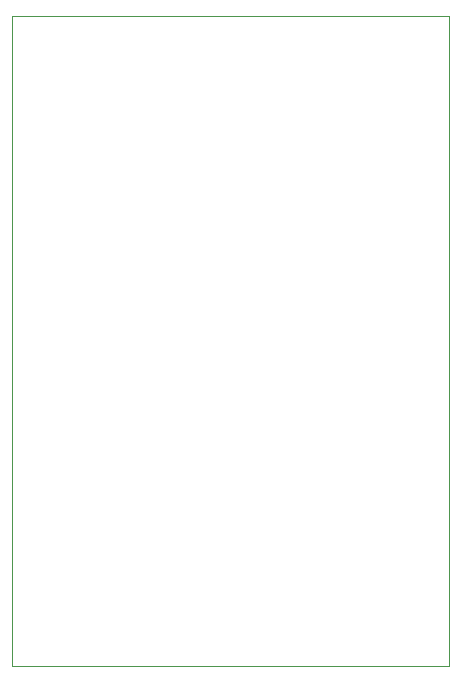
<source format=gbr>
G04 DipTrace 4.3.0.5*
G04 BoardOutline.gbr*
%MOMM*%
G04 #@! TF.FileFunction,Profile*
G04 #@! TF.Part,Single*
%ADD10C,0.12*%
%FSLAX35Y35*%
G04*
G71*
G90*
G75*
G01*
G04 BoardOutline*
%LPD*%
X1000000Y6500000D2*
D10*
X4700000D1*
Y1000000D1*
X1000000D1*
Y6500000D1*
M02*

</source>
